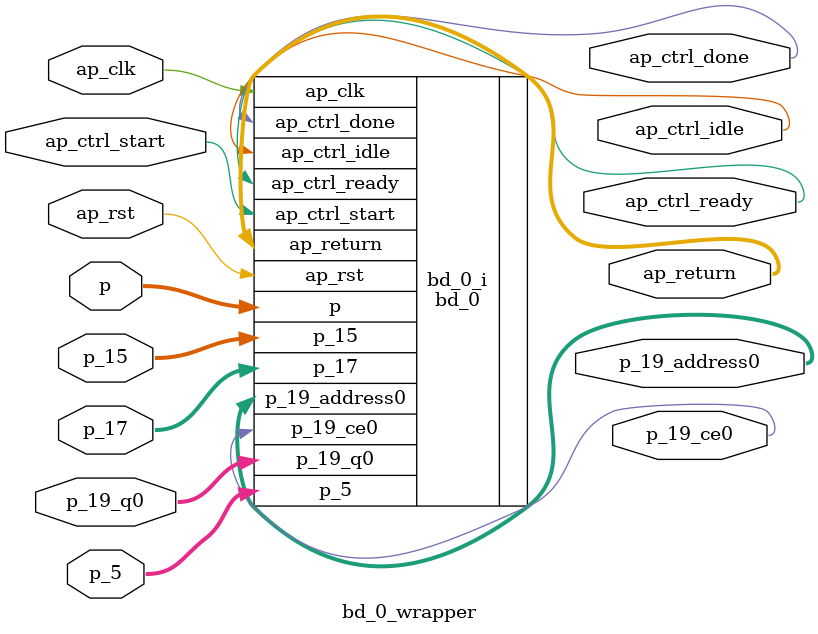
<source format=v>
`timescale 1 ps / 1 ps

module bd_0_wrapper
   (ap_clk,
    ap_ctrl_done,
    ap_ctrl_idle,
    ap_ctrl_ready,
    ap_ctrl_start,
    ap_return,
    ap_rst,
    p,
    p_15,
    p_17,
    p_19_address0,
    p_19_ce0,
    p_19_q0,
    p_5);
  input ap_clk;
  output ap_ctrl_done;
  output ap_ctrl_idle;
  output ap_ctrl_ready;
  input ap_ctrl_start;
  output [63:0]ap_return;
  input ap_rst;
  input [31:0]p;
  input [15:0]p_15;
  input [63:0]p_17;
  output [3:0]p_19_address0;
  output p_19_ce0;
  input [63:0]p_19_q0;
  input [63:0]p_5;

  wire ap_clk;
  wire ap_ctrl_done;
  wire ap_ctrl_idle;
  wire ap_ctrl_ready;
  wire ap_ctrl_start;
  wire [63:0]ap_return;
  wire ap_rst;
  wire [31:0]p;
  wire [15:0]p_15;
  wire [63:0]p_17;
  wire [3:0]p_19_address0;
  wire p_19_ce0;
  wire [63:0]p_19_q0;
  wire [63:0]p_5;

  bd_0 bd_0_i
       (.ap_clk(ap_clk),
        .ap_ctrl_done(ap_ctrl_done),
        .ap_ctrl_idle(ap_ctrl_idle),
        .ap_ctrl_ready(ap_ctrl_ready),
        .ap_ctrl_start(ap_ctrl_start),
        .ap_return(ap_return),
        .ap_rst(ap_rst),
        .p(p),
        .p_15(p_15),
        .p_17(p_17),
        .p_19_address0(p_19_address0),
        .p_19_ce0(p_19_ce0),
        .p_19_q0(p_19_q0),
        .p_5(p_5));
endmodule

</source>
